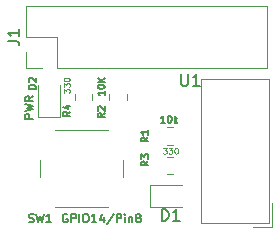
<source format=gto>
%TF.GenerationSoftware,KiCad,Pcbnew,(5.1.8)-1*%
%TF.CreationDate,2020-12-07T12:25:25-05:00*%
%TF.ProjectId,Raspberry Pi HAT,52617370-6265-4727-9279-205069204841,1.0*%
%TF.SameCoordinates,Original*%
%TF.FileFunction,Legend,Top*%
%TF.FilePolarity,Positive*%
%FSLAX46Y46*%
G04 Gerber Fmt 4.6, Leading zero omitted, Abs format (unit mm)*
G04 Created by KiCad (PCBNEW (5.1.8)-1) date 2020-12-07 12:25:25*
%MOMM*%
%LPD*%
G01*
G04 APERTURE LIST*
%ADD10C,0.150000*%
%ADD11C,0.125000*%
%ADD12C,0.120000*%
G04 APERTURE END LIST*
D10*
X114575000Y-110775000D02*
X114508333Y-110741666D01*
X114408333Y-110741666D01*
X114308333Y-110775000D01*
X114241666Y-110841666D01*
X114208333Y-110908333D01*
X114175000Y-111041666D01*
X114175000Y-111141666D01*
X114208333Y-111275000D01*
X114241666Y-111341666D01*
X114308333Y-111408333D01*
X114408333Y-111441666D01*
X114475000Y-111441666D01*
X114575000Y-111408333D01*
X114608333Y-111375000D01*
X114608333Y-111141666D01*
X114475000Y-111141666D01*
X114908333Y-111441666D02*
X114908333Y-110741666D01*
X115175000Y-110741666D01*
X115241666Y-110775000D01*
X115275000Y-110808333D01*
X115308333Y-110875000D01*
X115308333Y-110975000D01*
X115275000Y-111041666D01*
X115241666Y-111075000D01*
X115175000Y-111108333D01*
X114908333Y-111108333D01*
X115608333Y-111441666D02*
X115608333Y-110741666D01*
X116075000Y-110741666D02*
X116208333Y-110741666D01*
X116275000Y-110775000D01*
X116341666Y-110841666D01*
X116375000Y-110975000D01*
X116375000Y-111208333D01*
X116341666Y-111341666D01*
X116275000Y-111408333D01*
X116208333Y-111441666D01*
X116075000Y-111441666D01*
X116008333Y-111408333D01*
X115941666Y-111341666D01*
X115908333Y-111208333D01*
X115908333Y-110975000D01*
X115941666Y-110841666D01*
X116008333Y-110775000D01*
X116075000Y-110741666D01*
X117041666Y-111441666D02*
X116641666Y-111441666D01*
X116841666Y-111441666D02*
X116841666Y-110741666D01*
X116775000Y-110841666D01*
X116708333Y-110908333D01*
X116641666Y-110941666D01*
X117641666Y-110975000D02*
X117641666Y-111441666D01*
X117475000Y-110708333D02*
X117308333Y-111208333D01*
X117741666Y-111208333D01*
X118508333Y-110708333D02*
X117908333Y-111608333D01*
X118741666Y-111441666D02*
X118741666Y-110741666D01*
X119008333Y-110741666D01*
X119075000Y-110775000D01*
X119108333Y-110808333D01*
X119141666Y-110875000D01*
X119141666Y-110975000D01*
X119108333Y-111041666D01*
X119075000Y-111075000D01*
X119008333Y-111108333D01*
X118741666Y-111108333D01*
X119441666Y-111441666D02*
X119441666Y-110975000D01*
X119441666Y-110741666D02*
X119408333Y-110775000D01*
X119441666Y-110808333D01*
X119475000Y-110775000D01*
X119441666Y-110741666D01*
X119441666Y-110808333D01*
X119775000Y-110975000D02*
X119775000Y-111441666D01*
X119775000Y-111041666D02*
X119808333Y-111008333D01*
X119875000Y-110975000D01*
X119975000Y-110975000D01*
X120041666Y-111008333D01*
X120075000Y-111075000D01*
X120075000Y-111441666D01*
X120508333Y-111041666D02*
X120441666Y-111008333D01*
X120408333Y-110975000D01*
X120375000Y-110908333D01*
X120375000Y-110875000D01*
X120408333Y-110808333D01*
X120441666Y-110775000D01*
X120508333Y-110741666D01*
X120641666Y-110741666D01*
X120708333Y-110775000D01*
X120741666Y-110808333D01*
X120775000Y-110875000D01*
X120775000Y-110908333D01*
X120741666Y-110975000D01*
X120708333Y-111008333D01*
X120641666Y-111041666D01*
X120508333Y-111041666D01*
X120441666Y-111075000D01*
X120408333Y-111108333D01*
X120375000Y-111175000D01*
X120375000Y-111308333D01*
X120408333Y-111375000D01*
X120441666Y-111408333D01*
X120508333Y-111441666D01*
X120641666Y-111441666D01*
X120708333Y-111408333D01*
X120741666Y-111375000D01*
X120775000Y-111308333D01*
X120775000Y-111175000D01*
X120741666Y-111108333D01*
X120708333Y-111075000D01*
X120641666Y-111041666D01*
X111695666Y-102660333D02*
X110995666Y-102660333D01*
X110995666Y-102393666D01*
X111029000Y-102327000D01*
X111062333Y-102293666D01*
X111129000Y-102260333D01*
X111229000Y-102260333D01*
X111295666Y-102293666D01*
X111329000Y-102327000D01*
X111362333Y-102393666D01*
X111362333Y-102660333D01*
X110995666Y-102027000D02*
X111695666Y-101860333D01*
X111195666Y-101727000D01*
X111695666Y-101593666D01*
X110995666Y-101427000D01*
X111695666Y-100760333D02*
X111362333Y-100993666D01*
X111695666Y-101160333D02*
X110995666Y-101160333D01*
X110995666Y-100893666D01*
X111029000Y-100827000D01*
X111062333Y-100793666D01*
X111129000Y-100760333D01*
X111229000Y-100760333D01*
X111295666Y-100793666D01*
X111329000Y-100827000D01*
X111362333Y-100893666D01*
X111362333Y-101160333D01*
D11*
X114280190Y-100464857D02*
X114280190Y-100155333D01*
X114470666Y-100322000D01*
X114470666Y-100250571D01*
X114494476Y-100202952D01*
X114518285Y-100179142D01*
X114565904Y-100155333D01*
X114684952Y-100155333D01*
X114732571Y-100179142D01*
X114756380Y-100202952D01*
X114780190Y-100250571D01*
X114780190Y-100393428D01*
X114756380Y-100441047D01*
X114732571Y-100464857D01*
X114280190Y-99988666D02*
X114280190Y-99679142D01*
X114470666Y-99845809D01*
X114470666Y-99774380D01*
X114494476Y-99726761D01*
X114518285Y-99702952D01*
X114565904Y-99679142D01*
X114684952Y-99679142D01*
X114732571Y-99702952D01*
X114756380Y-99726761D01*
X114780190Y-99774380D01*
X114780190Y-99917238D01*
X114756380Y-99964857D01*
X114732571Y-99988666D01*
X114280190Y-99369619D02*
X114280190Y-99322000D01*
X114304000Y-99274380D01*
X114327809Y-99250571D01*
X114375428Y-99226761D01*
X114470666Y-99202952D01*
X114589714Y-99202952D01*
X114684952Y-99226761D01*
X114732571Y-99250571D01*
X114756380Y-99274380D01*
X114780190Y-99322000D01*
X114780190Y-99369619D01*
X114756380Y-99417238D01*
X114732571Y-99441047D01*
X114684952Y-99464857D01*
X114589714Y-99488666D01*
X114470666Y-99488666D01*
X114375428Y-99464857D01*
X114327809Y-99441047D01*
X114304000Y-99417238D01*
X114280190Y-99369619D01*
D10*
X117746428Y-100363285D02*
X117746428Y-100706142D01*
X117746428Y-100534714D02*
X117146428Y-100534714D01*
X117232142Y-100591857D01*
X117289285Y-100649000D01*
X117317857Y-100706142D01*
X117146428Y-99991857D02*
X117146428Y-99934714D01*
X117175000Y-99877571D01*
X117203571Y-99849000D01*
X117260714Y-99820428D01*
X117375000Y-99791857D01*
X117517857Y-99791857D01*
X117632142Y-99820428D01*
X117689285Y-99849000D01*
X117717857Y-99877571D01*
X117746428Y-99934714D01*
X117746428Y-99991857D01*
X117717857Y-100049000D01*
X117689285Y-100077571D01*
X117632142Y-100106142D01*
X117517857Y-100134714D01*
X117375000Y-100134714D01*
X117260714Y-100106142D01*
X117203571Y-100077571D01*
X117175000Y-100049000D01*
X117146428Y-99991857D01*
X117746428Y-99534714D02*
X117146428Y-99534714D01*
X117746428Y-99191857D02*
X117403571Y-99449000D01*
X117146428Y-99191857D02*
X117489285Y-99534714D01*
D11*
X122674142Y-105136190D02*
X122983666Y-105136190D01*
X122817000Y-105326666D01*
X122888428Y-105326666D01*
X122936047Y-105350476D01*
X122959857Y-105374285D01*
X122983666Y-105421904D01*
X122983666Y-105540952D01*
X122959857Y-105588571D01*
X122936047Y-105612380D01*
X122888428Y-105636190D01*
X122745571Y-105636190D01*
X122697952Y-105612380D01*
X122674142Y-105588571D01*
X123150333Y-105136190D02*
X123459857Y-105136190D01*
X123293190Y-105326666D01*
X123364619Y-105326666D01*
X123412238Y-105350476D01*
X123436047Y-105374285D01*
X123459857Y-105421904D01*
X123459857Y-105540952D01*
X123436047Y-105588571D01*
X123412238Y-105612380D01*
X123364619Y-105636190D01*
X123221761Y-105636190D01*
X123174142Y-105612380D01*
X123150333Y-105588571D01*
X123769380Y-105136190D02*
X123817000Y-105136190D01*
X123864619Y-105160000D01*
X123888428Y-105183809D01*
X123912238Y-105231428D01*
X123936047Y-105326666D01*
X123936047Y-105445714D01*
X123912238Y-105540952D01*
X123888428Y-105588571D01*
X123864619Y-105612380D01*
X123817000Y-105636190D01*
X123769380Y-105636190D01*
X123721761Y-105612380D01*
X123697952Y-105588571D01*
X123674142Y-105540952D01*
X123650333Y-105445714D01*
X123650333Y-105326666D01*
X123674142Y-105231428D01*
X123697952Y-105183809D01*
X123721761Y-105160000D01*
X123769380Y-105136190D01*
D10*
X122832857Y-103014428D02*
X122490000Y-103014428D01*
X122661428Y-103014428D02*
X122661428Y-102414428D01*
X122604285Y-102500142D01*
X122547142Y-102557285D01*
X122490000Y-102585857D01*
X123204285Y-102414428D02*
X123261428Y-102414428D01*
X123318571Y-102443000D01*
X123347142Y-102471571D01*
X123375714Y-102528714D01*
X123404285Y-102643000D01*
X123404285Y-102785857D01*
X123375714Y-102900142D01*
X123347142Y-102957285D01*
X123318571Y-102985857D01*
X123261428Y-103014428D01*
X123204285Y-103014428D01*
X123147142Y-102985857D01*
X123118571Y-102957285D01*
X123090000Y-102900142D01*
X123061428Y-102785857D01*
X123061428Y-102643000D01*
X123090000Y-102528714D01*
X123118571Y-102471571D01*
X123147142Y-102443000D01*
X123204285Y-102414428D01*
X123661428Y-103014428D02*
X123661428Y-102414428D01*
X123718571Y-102785857D02*
X123890000Y-103014428D01*
X123890000Y-102614428D02*
X123661428Y-102843000D01*
D12*
%TO.C,D1*%
X121583500Y-110180000D02*
X124268500Y-110180000D01*
X121583500Y-108260000D02*
X121583500Y-110180000D01*
X124268500Y-108260000D02*
X121583500Y-108260000D01*
%TO.C,D2*%
X112070000Y-99838000D02*
X112070000Y-102523000D01*
X112070000Y-102523000D02*
X113990000Y-102523000D01*
X113990000Y-102523000D02*
X113990000Y-99838000D01*
%TO.C,R1*%
X123041436Y-104875000D02*
X123495564Y-104875000D01*
X123041436Y-103405000D02*
X123495564Y-103405000D01*
%TO.C,R2*%
X119607000Y-101065064D02*
X119607000Y-100610936D01*
X118137000Y-101065064D02*
X118137000Y-100610936D01*
%TO.C,R3*%
X123041436Y-105922500D02*
X123495564Y-105922500D01*
X123041436Y-107392500D02*
X123495564Y-107392500D01*
%TO.C,R4*%
X115238500Y-101065064D02*
X115238500Y-100610936D01*
X116708500Y-101065064D02*
X116708500Y-100610936D01*
%TO.C,SW1*%
X119272000Y-107648000D02*
X119272000Y-106148000D01*
X118022000Y-103648000D02*
X113522000Y-103648000D01*
X112272000Y-106148000D02*
X112272000Y-107648000D01*
X113522000Y-110148000D02*
X118022000Y-110148000D01*
%TO.C,U1*%
X131938000Y-111820000D02*
X130328000Y-111820000D01*
X131938000Y-111820000D02*
X131938000Y-109820000D01*
X131658000Y-99280000D02*
X131658000Y-111530000D01*
X125898000Y-99280000D02*
X131658000Y-99280000D01*
X125898000Y-111540000D02*
X125898000Y-99280000D01*
X131648000Y-111540000D02*
X125908000Y-111540000D01*
%TO.C,J1*%
X111065000Y-98358000D02*
X111065000Y-97028000D01*
X112395000Y-98358000D02*
X111065000Y-98358000D01*
X111065000Y-95758000D02*
X111065000Y-93158000D01*
X113665000Y-95758000D02*
X111065000Y-95758000D01*
X113665000Y-98358000D02*
X113665000Y-95758000D01*
X111065000Y-93158000D02*
X131505000Y-93158000D01*
X113665000Y-98358000D02*
X131505000Y-98358000D01*
X131505000Y-98358000D02*
X131505000Y-93158000D01*
%TO.C,D1*%
D10*
X122578904Y-111323380D02*
X122578904Y-110323380D01*
X122817000Y-110323380D01*
X122959857Y-110371000D01*
X123055095Y-110466238D01*
X123102714Y-110561476D01*
X123150333Y-110751952D01*
X123150333Y-110894809D01*
X123102714Y-111085285D01*
X123055095Y-111180523D01*
X122959857Y-111275761D01*
X122817000Y-111323380D01*
X122578904Y-111323380D01*
X124102714Y-111323380D02*
X123531285Y-111323380D01*
X123817000Y-111323380D02*
X123817000Y-110323380D01*
X123721761Y-110466238D01*
X123626523Y-110561476D01*
X123531285Y-110609095D01*
%TO.C,D2*%
X111904428Y-100137857D02*
X111304428Y-100137857D01*
X111304428Y-99995000D01*
X111333000Y-99909285D01*
X111390142Y-99852142D01*
X111447285Y-99823571D01*
X111561571Y-99795000D01*
X111647285Y-99795000D01*
X111761571Y-99823571D01*
X111818714Y-99852142D01*
X111875857Y-99909285D01*
X111904428Y-99995000D01*
X111904428Y-100137857D01*
X111361571Y-99566428D02*
X111333000Y-99537857D01*
X111304428Y-99480714D01*
X111304428Y-99337857D01*
X111333000Y-99280714D01*
X111361571Y-99252142D01*
X111418714Y-99223571D01*
X111475857Y-99223571D01*
X111561571Y-99252142D01*
X111904428Y-99595000D01*
X111904428Y-99223571D01*
%TO.C,R1*%
X121429428Y-104240000D02*
X121143714Y-104440000D01*
X121429428Y-104582857D02*
X120829428Y-104582857D01*
X120829428Y-104354285D01*
X120858000Y-104297142D01*
X120886571Y-104268571D01*
X120943714Y-104240000D01*
X121029428Y-104240000D01*
X121086571Y-104268571D01*
X121115142Y-104297142D01*
X121143714Y-104354285D01*
X121143714Y-104582857D01*
X121429428Y-103668571D02*
X121429428Y-104011428D01*
X121429428Y-103840000D02*
X120829428Y-103840000D01*
X120915142Y-103897142D01*
X120972285Y-103954285D01*
X121000857Y-104011428D01*
%TO.C,R2*%
X117746428Y-102208000D02*
X117460714Y-102408000D01*
X117746428Y-102550857D02*
X117146428Y-102550857D01*
X117146428Y-102322285D01*
X117175000Y-102265142D01*
X117203571Y-102236571D01*
X117260714Y-102208000D01*
X117346428Y-102208000D01*
X117403571Y-102236571D01*
X117432142Y-102265142D01*
X117460714Y-102322285D01*
X117460714Y-102550857D01*
X117203571Y-101979428D02*
X117175000Y-101950857D01*
X117146428Y-101893714D01*
X117146428Y-101750857D01*
X117175000Y-101693714D01*
X117203571Y-101665142D01*
X117260714Y-101636571D01*
X117317857Y-101636571D01*
X117403571Y-101665142D01*
X117746428Y-102008000D01*
X117746428Y-101636571D01*
%TO.C,R3*%
X121429428Y-106272000D02*
X121143714Y-106472000D01*
X121429428Y-106614857D02*
X120829428Y-106614857D01*
X120829428Y-106386285D01*
X120858000Y-106329142D01*
X120886571Y-106300571D01*
X120943714Y-106272000D01*
X121029428Y-106272000D01*
X121086571Y-106300571D01*
X121115142Y-106329142D01*
X121143714Y-106386285D01*
X121143714Y-106614857D01*
X120829428Y-106072000D02*
X120829428Y-105700571D01*
X121058000Y-105900571D01*
X121058000Y-105814857D01*
X121086571Y-105757714D01*
X121115142Y-105729142D01*
X121172285Y-105700571D01*
X121315142Y-105700571D01*
X121372285Y-105729142D01*
X121400857Y-105757714D01*
X121429428Y-105814857D01*
X121429428Y-105986285D01*
X121400857Y-106043428D01*
X121372285Y-106072000D01*
%TO.C,R4*%
X114825428Y-102081000D02*
X114539714Y-102281000D01*
X114825428Y-102423857D02*
X114225428Y-102423857D01*
X114225428Y-102195285D01*
X114254000Y-102138142D01*
X114282571Y-102109571D01*
X114339714Y-102081000D01*
X114425428Y-102081000D01*
X114482571Y-102109571D01*
X114511142Y-102138142D01*
X114539714Y-102195285D01*
X114539714Y-102423857D01*
X114425428Y-101566714D02*
X114825428Y-101566714D01*
X114196857Y-101709571D02*
X114625428Y-101852428D01*
X114625428Y-101481000D01*
%TO.C,SW1*%
X111334666Y-111408333D02*
X111434666Y-111441666D01*
X111601333Y-111441666D01*
X111668000Y-111408333D01*
X111701333Y-111375000D01*
X111734666Y-111308333D01*
X111734666Y-111241666D01*
X111701333Y-111175000D01*
X111668000Y-111141666D01*
X111601333Y-111108333D01*
X111468000Y-111075000D01*
X111401333Y-111041666D01*
X111368000Y-111008333D01*
X111334666Y-110941666D01*
X111334666Y-110875000D01*
X111368000Y-110808333D01*
X111401333Y-110775000D01*
X111468000Y-110741666D01*
X111634666Y-110741666D01*
X111734666Y-110775000D01*
X111968000Y-110741666D02*
X112134666Y-111441666D01*
X112268000Y-110941666D01*
X112401333Y-111441666D01*
X112568000Y-110741666D01*
X113201333Y-111441666D02*
X112801333Y-111441666D01*
X113001333Y-111441666D02*
X113001333Y-110741666D01*
X112934666Y-110841666D01*
X112868000Y-110908333D01*
X112801333Y-110941666D01*
%TO.C,U1*%
X124206095Y-98893380D02*
X124206095Y-99702904D01*
X124253714Y-99798142D01*
X124301333Y-99845761D01*
X124396571Y-99893380D01*
X124587047Y-99893380D01*
X124682285Y-99845761D01*
X124729904Y-99798142D01*
X124777523Y-99702904D01*
X124777523Y-98893380D01*
X125777523Y-99893380D02*
X125206095Y-99893380D01*
X125491809Y-99893380D02*
X125491809Y-98893380D01*
X125396571Y-99036238D01*
X125301333Y-99131476D01*
X125206095Y-99179095D01*
%TO.C,J1*%
X109517380Y-96091333D02*
X110231666Y-96091333D01*
X110374523Y-96138952D01*
X110469761Y-96234190D01*
X110517380Y-96377047D01*
X110517380Y-96472285D01*
X110517380Y-95091333D02*
X110517380Y-95662761D01*
X110517380Y-95377047D02*
X109517380Y-95377047D01*
X109660238Y-95472285D01*
X109755476Y-95567523D01*
X109803095Y-95662761D01*
%TD*%
M02*

</source>
